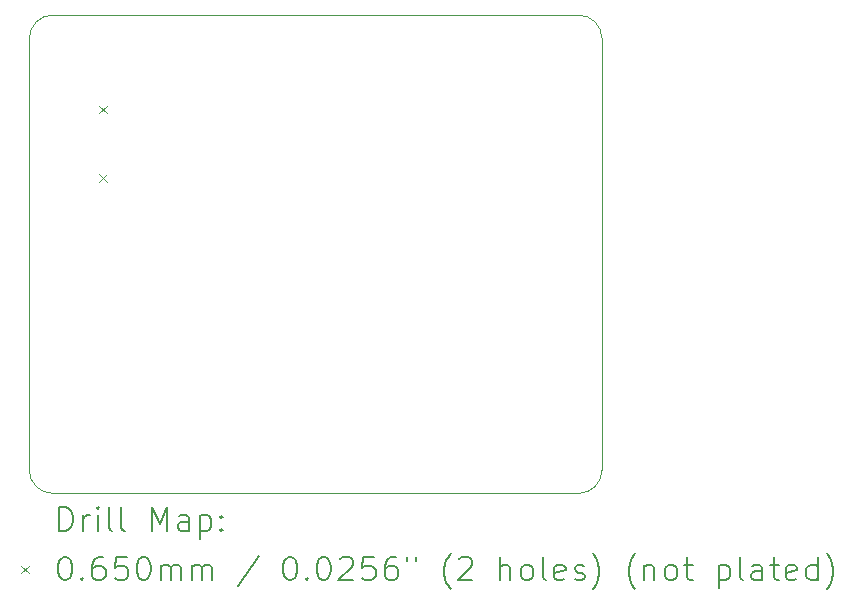
<source format=gbr>
%TF.GenerationSoftware,KiCad,Pcbnew,8.0.1*%
%TF.CreationDate,2024-06-13T11:44:20+10:00*%
%TF.ProjectId,CLD,434c442e-6b69-4636-9164-5f7063625858,rev?*%
%TF.SameCoordinates,Original*%
%TF.FileFunction,Drillmap*%
%TF.FilePolarity,Positive*%
%FSLAX45Y45*%
G04 Gerber Fmt 4.5, Leading zero omitted, Abs format (unit mm)*
G04 Created by KiCad (PCBNEW 8.0.1) date 2024-06-13 11:44:20*
%MOMM*%
%LPD*%
G01*
G04 APERTURE LIST*
%ADD10C,0.050000*%
%ADD11C,0.100000*%
%ADD12C,0.200000*%
G04 APERTURE END LIST*
D10*
X11700000Y-4250000D02*
X7250000Y-4250000D01*
D11*
X7050000Y-4450000D02*
G75*
G02*
X7250000Y-4250000I200000J0D01*
G01*
X11900000Y-8100000D02*
G75*
G02*
X11700000Y-8300000I-200000J0D01*
G01*
X11700000Y-4250000D02*
G75*
G02*
X11900000Y-4450000I0J-200000D01*
G01*
D10*
X11900000Y-8100000D02*
X11900000Y-4450000D01*
D11*
X7250000Y-8300000D02*
G75*
G02*
X7050000Y-8100000I0J200000D01*
G01*
D10*
X7250000Y-8300000D02*
X11700000Y-8300000D01*
X7050000Y-4450000D02*
X7050000Y-8100000D01*
D12*
D11*
X7642500Y-5017500D02*
X7707500Y-5082500D01*
X7707500Y-5017500D02*
X7642500Y-5082500D01*
X7642500Y-5595500D02*
X7707500Y-5660500D01*
X7707500Y-5595500D02*
X7642500Y-5660500D01*
D12*
X7305777Y-8616484D02*
X7305777Y-8416484D01*
X7305777Y-8416484D02*
X7353396Y-8416484D01*
X7353396Y-8416484D02*
X7381967Y-8426008D01*
X7381967Y-8426008D02*
X7401015Y-8445055D01*
X7401015Y-8445055D02*
X7410539Y-8464103D01*
X7410539Y-8464103D02*
X7420062Y-8502198D01*
X7420062Y-8502198D02*
X7420062Y-8530770D01*
X7420062Y-8530770D02*
X7410539Y-8568865D01*
X7410539Y-8568865D02*
X7401015Y-8587912D01*
X7401015Y-8587912D02*
X7381967Y-8606960D01*
X7381967Y-8606960D02*
X7353396Y-8616484D01*
X7353396Y-8616484D02*
X7305777Y-8616484D01*
X7505777Y-8616484D02*
X7505777Y-8483150D01*
X7505777Y-8521246D02*
X7515301Y-8502198D01*
X7515301Y-8502198D02*
X7524824Y-8492674D01*
X7524824Y-8492674D02*
X7543872Y-8483150D01*
X7543872Y-8483150D02*
X7562920Y-8483150D01*
X7629586Y-8616484D02*
X7629586Y-8483150D01*
X7629586Y-8416484D02*
X7620062Y-8426008D01*
X7620062Y-8426008D02*
X7629586Y-8435531D01*
X7629586Y-8435531D02*
X7639110Y-8426008D01*
X7639110Y-8426008D02*
X7629586Y-8416484D01*
X7629586Y-8416484D02*
X7629586Y-8435531D01*
X7753396Y-8616484D02*
X7734348Y-8606960D01*
X7734348Y-8606960D02*
X7724824Y-8587912D01*
X7724824Y-8587912D02*
X7724824Y-8416484D01*
X7858158Y-8616484D02*
X7839110Y-8606960D01*
X7839110Y-8606960D02*
X7829586Y-8587912D01*
X7829586Y-8587912D02*
X7829586Y-8416484D01*
X8086729Y-8616484D02*
X8086729Y-8416484D01*
X8086729Y-8416484D02*
X8153396Y-8559341D01*
X8153396Y-8559341D02*
X8220062Y-8416484D01*
X8220062Y-8416484D02*
X8220062Y-8616484D01*
X8401015Y-8616484D02*
X8401015Y-8511722D01*
X8401015Y-8511722D02*
X8391491Y-8492674D01*
X8391491Y-8492674D02*
X8372443Y-8483150D01*
X8372443Y-8483150D02*
X8334348Y-8483150D01*
X8334348Y-8483150D02*
X8315301Y-8492674D01*
X8401015Y-8606960D02*
X8381967Y-8616484D01*
X8381967Y-8616484D02*
X8334348Y-8616484D01*
X8334348Y-8616484D02*
X8315301Y-8606960D01*
X8315301Y-8606960D02*
X8305777Y-8587912D01*
X8305777Y-8587912D02*
X8305777Y-8568865D01*
X8305777Y-8568865D02*
X8315301Y-8549817D01*
X8315301Y-8549817D02*
X8334348Y-8540293D01*
X8334348Y-8540293D02*
X8381967Y-8540293D01*
X8381967Y-8540293D02*
X8401015Y-8530770D01*
X8496253Y-8483150D02*
X8496253Y-8683150D01*
X8496253Y-8492674D02*
X8515301Y-8483150D01*
X8515301Y-8483150D02*
X8553396Y-8483150D01*
X8553396Y-8483150D02*
X8572444Y-8492674D01*
X8572444Y-8492674D02*
X8581967Y-8502198D01*
X8581967Y-8502198D02*
X8591491Y-8521246D01*
X8591491Y-8521246D02*
X8591491Y-8578389D01*
X8591491Y-8578389D02*
X8581967Y-8597436D01*
X8581967Y-8597436D02*
X8572444Y-8606960D01*
X8572444Y-8606960D02*
X8553396Y-8616484D01*
X8553396Y-8616484D02*
X8515301Y-8616484D01*
X8515301Y-8616484D02*
X8496253Y-8606960D01*
X8677205Y-8597436D02*
X8686729Y-8606960D01*
X8686729Y-8606960D02*
X8677205Y-8616484D01*
X8677205Y-8616484D02*
X8667682Y-8606960D01*
X8667682Y-8606960D02*
X8677205Y-8597436D01*
X8677205Y-8597436D02*
X8677205Y-8616484D01*
X8677205Y-8492674D02*
X8686729Y-8502198D01*
X8686729Y-8502198D02*
X8677205Y-8511722D01*
X8677205Y-8511722D02*
X8667682Y-8502198D01*
X8667682Y-8502198D02*
X8677205Y-8492674D01*
X8677205Y-8492674D02*
X8677205Y-8511722D01*
D11*
X6980000Y-8912500D02*
X7045000Y-8977500D01*
X7045000Y-8912500D02*
X6980000Y-8977500D01*
D12*
X7343872Y-8836484D02*
X7362920Y-8836484D01*
X7362920Y-8836484D02*
X7381967Y-8846008D01*
X7381967Y-8846008D02*
X7391491Y-8855531D01*
X7391491Y-8855531D02*
X7401015Y-8874579D01*
X7401015Y-8874579D02*
X7410539Y-8912674D01*
X7410539Y-8912674D02*
X7410539Y-8960293D01*
X7410539Y-8960293D02*
X7401015Y-8998389D01*
X7401015Y-8998389D02*
X7391491Y-9017436D01*
X7391491Y-9017436D02*
X7381967Y-9026960D01*
X7381967Y-9026960D02*
X7362920Y-9036484D01*
X7362920Y-9036484D02*
X7343872Y-9036484D01*
X7343872Y-9036484D02*
X7324824Y-9026960D01*
X7324824Y-9026960D02*
X7315301Y-9017436D01*
X7315301Y-9017436D02*
X7305777Y-8998389D01*
X7305777Y-8998389D02*
X7296253Y-8960293D01*
X7296253Y-8960293D02*
X7296253Y-8912674D01*
X7296253Y-8912674D02*
X7305777Y-8874579D01*
X7305777Y-8874579D02*
X7315301Y-8855531D01*
X7315301Y-8855531D02*
X7324824Y-8846008D01*
X7324824Y-8846008D02*
X7343872Y-8836484D01*
X7496253Y-9017436D02*
X7505777Y-9026960D01*
X7505777Y-9026960D02*
X7496253Y-9036484D01*
X7496253Y-9036484D02*
X7486729Y-9026960D01*
X7486729Y-9026960D02*
X7496253Y-9017436D01*
X7496253Y-9017436D02*
X7496253Y-9036484D01*
X7677205Y-8836484D02*
X7639110Y-8836484D01*
X7639110Y-8836484D02*
X7620062Y-8846008D01*
X7620062Y-8846008D02*
X7610539Y-8855531D01*
X7610539Y-8855531D02*
X7591491Y-8884103D01*
X7591491Y-8884103D02*
X7581967Y-8922198D01*
X7581967Y-8922198D02*
X7581967Y-8998389D01*
X7581967Y-8998389D02*
X7591491Y-9017436D01*
X7591491Y-9017436D02*
X7601015Y-9026960D01*
X7601015Y-9026960D02*
X7620062Y-9036484D01*
X7620062Y-9036484D02*
X7658158Y-9036484D01*
X7658158Y-9036484D02*
X7677205Y-9026960D01*
X7677205Y-9026960D02*
X7686729Y-9017436D01*
X7686729Y-9017436D02*
X7696253Y-8998389D01*
X7696253Y-8998389D02*
X7696253Y-8950770D01*
X7696253Y-8950770D02*
X7686729Y-8931722D01*
X7686729Y-8931722D02*
X7677205Y-8922198D01*
X7677205Y-8922198D02*
X7658158Y-8912674D01*
X7658158Y-8912674D02*
X7620062Y-8912674D01*
X7620062Y-8912674D02*
X7601015Y-8922198D01*
X7601015Y-8922198D02*
X7591491Y-8931722D01*
X7591491Y-8931722D02*
X7581967Y-8950770D01*
X7877205Y-8836484D02*
X7781967Y-8836484D01*
X7781967Y-8836484D02*
X7772443Y-8931722D01*
X7772443Y-8931722D02*
X7781967Y-8922198D01*
X7781967Y-8922198D02*
X7801015Y-8912674D01*
X7801015Y-8912674D02*
X7848634Y-8912674D01*
X7848634Y-8912674D02*
X7867682Y-8922198D01*
X7867682Y-8922198D02*
X7877205Y-8931722D01*
X7877205Y-8931722D02*
X7886729Y-8950770D01*
X7886729Y-8950770D02*
X7886729Y-8998389D01*
X7886729Y-8998389D02*
X7877205Y-9017436D01*
X7877205Y-9017436D02*
X7867682Y-9026960D01*
X7867682Y-9026960D02*
X7848634Y-9036484D01*
X7848634Y-9036484D02*
X7801015Y-9036484D01*
X7801015Y-9036484D02*
X7781967Y-9026960D01*
X7781967Y-9026960D02*
X7772443Y-9017436D01*
X8010539Y-8836484D02*
X8029586Y-8836484D01*
X8029586Y-8836484D02*
X8048634Y-8846008D01*
X8048634Y-8846008D02*
X8058158Y-8855531D01*
X8058158Y-8855531D02*
X8067682Y-8874579D01*
X8067682Y-8874579D02*
X8077205Y-8912674D01*
X8077205Y-8912674D02*
X8077205Y-8960293D01*
X8077205Y-8960293D02*
X8067682Y-8998389D01*
X8067682Y-8998389D02*
X8058158Y-9017436D01*
X8058158Y-9017436D02*
X8048634Y-9026960D01*
X8048634Y-9026960D02*
X8029586Y-9036484D01*
X8029586Y-9036484D02*
X8010539Y-9036484D01*
X8010539Y-9036484D02*
X7991491Y-9026960D01*
X7991491Y-9026960D02*
X7981967Y-9017436D01*
X7981967Y-9017436D02*
X7972443Y-8998389D01*
X7972443Y-8998389D02*
X7962920Y-8960293D01*
X7962920Y-8960293D02*
X7962920Y-8912674D01*
X7962920Y-8912674D02*
X7972443Y-8874579D01*
X7972443Y-8874579D02*
X7981967Y-8855531D01*
X7981967Y-8855531D02*
X7991491Y-8846008D01*
X7991491Y-8846008D02*
X8010539Y-8836484D01*
X8162920Y-9036484D02*
X8162920Y-8903150D01*
X8162920Y-8922198D02*
X8172443Y-8912674D01*
X8172443Y-8912674D02*
X8191491Y-8903150D01*
X8191491Y-8903150D02*
X8220063Y-8903150D01*
X8220063Y-8903150D02*
X8239110Y-8912674D01*
X8239110Y-8912674D02*
X8248634Y-8931722D01*
X8248634Y-8931722D02*
X8248634Y-9036484D01*
X8248634Y-8931722D02*
X8258158Y-8912674D01*
X8258158Y-8912674D02*
X8277205Y-8903150D01*
X8277205Y-8903150D02*
X8305777Y-8903150D01*
X8305777Y-8903150D02*
X8324824Y-8912674D01*
X8324824Y-8912674D02*
X8334348Y-8931722D01*
X8334348Y-8931722D02*
X8334348Y-9036484D01*
X8429586Y-9036484D02*
X8429586Y-8903150D01*
X8429586Y-8922198D02*
X8439110Y-8912674D01*
X8439110Y-8912674D02*
X8458158Y-8903150D01*
X8458158Y-8903150D02*
X8486729Y-8903150D01*
X8486729Y-8903150D02*
X8505777Y-8912674D01*
X8505777Y-8912674D02*
X8515301Y-8931722D01*
X8515301Y-8931722D02*
X8515301Y-9036484D01*
X8515301Y-8931722D02*
X8524825Y-8912674D01*
X8524825Y-8912674D02*
X8543872Y-8903150D01*
X8543872Y-8903150D02*
X8572444Y-8903150D01*
X8572444Y-8903150D02*
X8591491Y-8912674D01*
X8591491Y-8912674D02*
X8601015Y-8931722D01*
X8601015Y-8931722D02*
X8601015Y-9036484D01*
X8991491Y-8826960D02*
X8820063Y-9084103D01*
X9248634Y-8836484D02*
X9267682Y-8836484D01*
X9267682Y-8836484D02*
X9286729Y-8846008D01*
X9286729Y-8846008D02*
X9296253Y-8855531D01*
X9296253Y-8855531D02*
X9305777Y-8874579D01*
X9305777Y-8874579D02*
X9315301Y-8912674D01*
X9315301Y-8912674D02*
X9315301Y-8960293D01*
X9315301Y-8960293D02*
X9305777Y-8998389D01*
X9305777Y-8998389D02*
X9296253Y-9017436D01*
X9296253Y-9017436D02*
X9286729Y-9026960D01*
X9286729Y-9026960D02*
X9267682Y-9036484D01*
X9267682Y-9036484D02*
X9248634Y-9036484D01*
X9248634Y-9036484D02*
X9229587Y-9026960D01*
X9229587Y-9026960D02*
X9220063Y-9017436D01*
X9220063Y-9017436D02*
X9210539Y-8998389D01*
X9210539Y-8998389D02*
X9201015Y-8960293D01*
X9201015Y-8960293D02*
X9201015Y-8912674D01*
X9201015Y-8912674D02*
X9210539Y-8874579D01*
X9210539Y-8874579D02*
X9220063Y-8855531D01*
X9220063Y-8855531D02*
X9229587Y-8846008D01*
X9229587Y-8846008D02*
X9248634Y-8836484D01*
X9401015Y-9017436D02*
X9410539Y-9026960D01*
X9410539Y-9026960D02*
X9401015Y-9036484D01*
X9401015Y-9036484D02*
X9391491Y-9026960D01*
X9391491Y-9026960D02*
X9401015Y-9017436D01*
X9401015Y-9017436D02*
X9401015Y-9036484D01*
X9534348Y-8836484D02*
X9553396Y-8836484D01*
X9553396Y-8836484D02*
X9572444Y-8846008D01*
X9572444Y-8846008D02*
X9581968Y-8855531D01*
X9581968Y-8855531D02*
X9591491Y-8874579D01*
X9591491Y-8874579D02*
X9601015Y-8912674D01*
X9601015Y-8912674D02*
X9601015Y-8960293D01*
X9601015Y-8960293D02*
X9591491Y-8998389D01*
X9591491Y-8998389D02*
X9581968Y-9017436D01*
X9581968Y-9017436D02*
X9572444Y-9026960D01*
X9572444Y-9026960D02*
X9553396Y-9036484D01*
X9553396Y-9036484D02*
X9534348Y-9036484D01*
X9534348Y-9036484D02*
X9515301Y-9026960D01*
X9515301Y-9026960D02*
X9505777Y-9017436D01*
X9505777Y-9017436D02*
X9496253Y-8998389D01*
X9496253Y-8998389D02*
X9486729Y-8960293D01*
X9486729Y-8960293D02*
X9486729Y-8912674D01*
X9486729Y-8912674D02*
X9496253Y-8874579D01*
X9496253Y-8874579D02*
X9505777Y-8855531D01*
X9505777Y-8855531D02*
X9515301Y-8846008D01*
X9515301Y-8846008D02*
X9534348Y-8836484D01*
X9677206Y-8855531D02*
X9686729Y-8846008D01*
X9686729Y-8846008D02*
X9705777Y-8836484D01*
X9705777Y-8836484D02*
X9753396Y-8836484D01*
X9753396Y-8836484D02*
X9772444Y-8846008D01*
X9772444Y-8846008D02*
X9781968Y-8855531D01*
X9781968Y-8855531D02*
X9791491Y-8874579D01*
X9791491Y-8874579D02*
X9791491Y-8893627D01*
X9791491Y-8893627D02*
X9781968Y-8922198D01*
X9781968Y-8922198D02*
X9667682Y-9036484D01*
X9667682Y-9036484D02*
X9791491Y-9036484D01*
X9972444Y-8836484D02*
X9877206Y-8836484D01*
X9877206Y-8836484D02*
X9867682Y-8931722D01*
X9867682Y-8931722D02*
X9877206Y-8922198D01*
X9877206Y-8922198D02*
X9896253Y-8912674D01*
X9896253Y-8912674D02*
X9943872Y-8912674D01*
X9943872Y-8912674D02*
X9962920Y-8922198D01*
X9962920Y-8922198D02*
X9972444Y-8931722D01*
X9972444Y-8931722D02*
X9981968Y-8950770D01*
X9981968Y-8950770D02*
X9981968Y-8998389D01*
X9981968Y-8998389D02*
X9972444Y-9017436D01*
X9972444Y-9017436D02*
X9962920Y-9026960D01*
X9962920Y-9026960D02*
X9943872Y-9036484D01*
X9943872Y-9036484D02*
X9896253Y-9036484D01*
X9896253Y-9036484D02*
X9877206Y-9026960D01*
X9877206Y-9026960D02*
X9867682Y-9017436D01*
X10153396Y-8836484D02*
X10115301Y-8836484D01*
X10115301Y-8836484D02*
X10096253Y-8846008D01*
X10096253Y-8846008D02*
X10086729Y-8855531D01*
X10086729Y-8855531D02*
X10067682Y-8884103D01*
X10067682Y-8884103D02*
X10058158Y-8922198D01*
X10058158Y-8922198D02*
X10058158Y-8998389D01*
X10058158Y-8998389D02*
X10067682Y-9017436D01*
X10067682Y-9017436D02*
X10077206Y-9026960D01*
X10077206Y-9026960D02*
X10096253Y-9036484D01*
X10096253Y-9036484D02*
X10134349Y-9036484D01*
X10134349Y-9036484D02*
X10153396Y-9026960D01*
X10153396Y-9026960D02*
X10162920Y-9017436D01*
X10162920Y-9017436D02*
X10172444Y-8998389D01*
X10172444Y-8998389D02*
X10172444Y-8950770D01*
X10172444Y-8950770D02*
X10162920Y-8931722D01*
X10162920Y-8931722D02*
X10153396Y-8922198D01*
X10153396Y-8922198D02*
X10134349Y-8912674D01*
X10134349Y-8912674D02*
X10096253Y-8912674D01*
X10096253Y-8912674D02*
X10077206Y-8922198D01*
X10077206Y-8922198D02*
X10067682Y-8931722D01*
X10067682Y-8931722D02*
X10058158Y-8950770D01*
X10248634Y-8836484D02*
X10248634Y-8874579D01*
X10324825Y-8836484D02*
X10324825Y-8874579D01*
X10620063Y-9112674D02*
X10610539Y-9103150D01*
X10610539Y-9103150D02*
X10591491Y-9074579D01*
X10591491Y-9074579D02*
X10581968Y-9055531D01*
X10581968Y-9055531D02*
X10572444Y-9026960D01*
X10572444Y-9026960D02*
X10562920Y-8979341D01*
X10562920Y-8979341D02*
X10562920Y-8941246D01*
X10562920Y-8941246D02*
X10572444Y-8893627D01*
X10572444Y-8893627D02*
X10581968Y-8865055D01*
X10581968Y-8865055D02*
X10591491Y-8846008D01*
X10591491Y-8846008D02*
X10610539Y-8817436D01*
X10610539Y-8817436D02*
X10620063Y-8807912D01*
X10686730Y-8855531D02*
X10696253Y-8846008D01*
X10696253Y-8846008D02*
X10715301Y-8836484D01*
X10715301Y-8836484D02*
X10762920Y-8836484D01*
X10762920Y-8836484D02*
X10781968Y-8846008D01*
X10781968Y-8846008D02*
X10791491Y-8855531D01*
X10791491Y-8855531D02*
X10801015Y-8874579D01*
X10801015Y-8874579D02*
X10801015Y-8893627D01*
X10801015Y-8893627D02*
X10791491Y-8922198D01*
X10791491Y-8922198D02*
X10677206Y-9036484D01*
X10677206Y-9036484D02*
X10801015Y-9036484D01*
X11039111Y-9036484D02*
X11039111Y-8836484D01*
X11124825Y-9036484D02*
X11124825Y-8931722D01*
X11124825Y-8931722D02*
X11115301Y-8912674D01*
X11115301Y-8912674D02*
X11096253Y-8903150D01*
X11096253Y-8903150D02*
X11067682Y-8903150D01*
X11067682Y-8903150D02*
X11048634Y-8912674D01*
X11048634Y-8912674D02*
X11039111Y-8922198D01*
X11248634Y-9036484D02*
X11229587Y-9026960D01*
X11229587Y-9026960D02*
X11220063Y-9017436D01*
X11220063Y-9017436D02*
X11210539Y-8998389D01*
X11210539Y-8998389D02*
X11210539Y-8941246D01*
X11210539Y-8941246D02*
X11220063Y-8922198D01*
X11220063Y-8922198D02*
X11229587Y-8912674D01*
X11229587Y-8912674D02*
X11248634Y-8903150D01*
X11248634Y-8903150D02*
X11277206Y-8903150D01*
X11277206Y-8903150D02*
X11296253Y-8912674D01*
X11296253Y-8912674D02*
X11305777Y-8922198D01*
X11305777Y-8922198D02*
X11315301Y-8941246D01*
X11315301Y-8941246D02*
X11315301Y-8998389D01*
X11315301Y-8998389D02*
X11305777Y-9017436D01*
X11305777Y-9017436D02*
X11296253Y-9026960D01*
X11296253Y-9026960D02*
X11277206Y-9036484D01*
X11277206Y-9036484D02*
X11248634Y-9036484D01*
X11429587Y-9036484D02*
X11410539Y-9026960D01*
X11410539Y-9026960D02*
X11401015Y-9007912D01*
X11401015Y-9007912D02*
X11401015Y-8836484D01*
X11581968Y-9026960D02*
X11562920Y-9036484D01*
X11562920Y-9036484D02*
X11524825Y-9036484D01*
X11524825Y-9036484D02*
X11505777Y-9026960D01*
X11505777Y-9026960D02*
X11496253Y-9007912D01*
X11496253Y-9007912D02*
X11496253Y-8931722D01*
X11496253Y-8931722D02*
X11505777Y-8912674D01*
X11505777Y-8912674D02*
X11524825Y-8903150D01*
X11524825Y-8903150D02*
X11562920Y-8903150D01*
X11562920Y-8903150D02*
X11581968Y-8912674D01*
X11581968Y-8912674D02*
X11591491Y-8931722D01*
X11591491Y-8931722D02*
X11591491Y-8950770D01*
X11591491Y-8950770D02*
X11496253Y-8969817D01*
X11667682Y-9026960D02*
X11686730Y-9036484D01*
X11686730Y-9036484D02*
X11724825Y-9036484D01*
X11724825Y-9036484D02*
X11743872Y-9026960D01*
X11743872Y-9026960D02*
X11753396Y-9007912D01*
X11753396Y-9007912D02*
X11753396Y-8998389D01*
X11753396Y-8998389D02*
X11743872Y-8979341D01*
X11743872Y-8979341D02*
X11724825Y-8969817D01*
X11724825Y-8969817D02*
X11696253Y-8969817D01*
X11696253Y-8969817D02*
X11677206Y-8960293D01*
X11677206Y-8960293D02*
X11667682Y-8941246D01*
X11667682Y-8941246D02*
X11667682Y-8931722D01*
X11667682Y-8931722D02*
X11677206Y-8912674D01*
X11677206Y-8912674D02*
X11696253Y-8903150D01*
X11696253Y-8903150D02*
X11724825Y-8903150D01*
X11724825Y-8903150D02*
X11743872Y-8912674D01*
X11820063Y-9112674D02*
X11829587Y-9103150D01*
X11829587Y-9103150D02*
X11848634Y-9074579D01*
X11848634Y-9074579D02*
X11858158Y-9055531D01*
X11858158Y-9055531D02*
X11867682Y-9026960D01*
X11867682Y-9026960D02*
X11877206Y-8979341D01*
X11877206Y-8979341D02*
X11877206Y-8941246D01*
X11877206Y-8941246D02*
X11867682Y-8893627D01*
X11867682Y-8893627D02*
X11858158Y-8865055D01*
X11858158Y-8865055D02*
X11848634Y-8846008D01*
X11848634Y-8846008D02*
X11829587Y-8817436D01*
X11829587Y-8817436D02*
X11820063Y-8807912D01*
X12181968Y-9112674D02*
X12172444Y-9103150D01*
X12172444Y-9103150D02*
X12153396Y-9074579D01*
X12153396Y-9074579D02*
X12143872Y-9055531D01*
X12143872Y-9055531D02*
X12134349Y-9026960D01*
X12134349Y-9026960D02*
X12124825Y-8979341D01*
X12124825Y-8979341D02*
X12124825Y-8941246D01*
X12124825Y-8941246D02*
X12134349Y-8893627D01*
X12134349Y-8893627D02*
X12143872Y-8865055D01*
X12143872Y-8865055D02*
X12153396Y-8846008D01*
X12153396Y-8846008D02*
X12172444Y-8817436D01*
X12172444Y-8817436D02*
X12181968Y-8807912D01*
X12258158Y-8903150D02*
X12258158Y-9036484D01*
X12258158Y-8922198D02*
X12267682Y-8912674D01*
X12267682Y-8912674D02*
X12286730Y-8903150D01*
X12286730Y-8903150D02*
X12315301Y-8903150D01*
X12315301Y-8903150D02*
X12334349Y-8912674D01*
X12334349Y-8912674D02*
X12343872Y-8931722D01*
X12343872Y-8931722D02*
X12343872Y-9036484D01*
X12467682Y-9036484D02*
X12448634Y-9026960D01*
X12448634Y-9026960D02*
X12439111Y-9017436D01*
X12439111Y-9017436D02*
X12429587Y-8998389D01*
X12429587Y-8998389D02*
X12429587Y-8941246D01*
X12429587Y-8941246D02*
X12439111Y-8922198D01*
X12439111Y-8922198D02*
X12448634Y-8912674D01*
X12448634Y-8912674D02*
X12467682Y-8903150D01*
X12467682Y-8903150D02*
X12496253Y-8903150D01*
X12496253Y-8903150D02*
X12515301Y-8912674D01*
X12515301Y-8912674D02*
X12524825Y-8922198D01*
X12524825Y-8922198D02*
X12534349Y-8941246D01*
X12534349Y-8941246D02*
X12534349Y-8998389D01*
X12534349Y-8998389D02*
X12524825Y-9017436D01*
X12524825Y-9017436D02*
X12515301Y-9026960D01*
X12515301Y-9026960D02*
X12496253Y-9036484D01*
X12496253Y-9036484D02*
X12467682Y-9036484D01*
X12591492Y-8903150D02*
X12667682Y-8903150D01*
X12620063Y-8836484D02*
X12620063Y-9007912D01*
X12620063Y-9007912D02*
X12629587Y-9026960D01*
X12629587Y-9026960D02*
X12648634Y-9036484D01*
X12648634Y-9036484D02*
X12667682Y-9036484D01*
X12886730Y-8903150D02*
X12886730Y-9103150D01*
X12886730Y-8912674D02*
X12905777Y-8903150D01*
X12905777Y-8903150D02*
X12943873Y-8903150D01*
X12943873Y-8903150D02*
X12962920Y-8912674D01*
X12962920Y-8912674D02*
X12972444Y-8922198D01*
X12972444Y-8922198D02*
X12981968Y-8941246D01*
X12981968Y-8941246D02*
X12981968Y-8998389D01*
X12981968Y-8998389D02*
X12972444Y-9017436D01*
X12972444Y-9017436D02*
X12962920Y-9026960D01*
X12962920Y-9026960D02*
X12943873Y-9036484D01*
X12943873Y-9036484D02*
X12905777Y-9036484D01*
X12905777Y-9036484D02*
X12886730Y-9026960D01*
X13096253Y-9036484D02*
X13077206Y-9026960D01*
X13077206Y-9026960D02*
X13067682Y-9007912D01*
X13067682Y-9007912D02*
X13067682Y-8836484D01*
X13258158Y-9036484D02*
X13258158Y-8931722D01*
X13258158Y-8931722D02*
X13248634Y-8912674D01*
X13248634Y-8912674D02*
X13229587Y-8903150D01*
X13229587Y-8903150D02*
X13191492Y-8903150D01*
X13191492Y-8903150D02*
X13172444Y-8912674D01*
X13258158Y-9026960D02*
X13239111Y-9036484D01*
X13239111Y-9036484D02*
X13191492Y-9036484D01*
X13191492Y-9036484D02*
X13172444Y-9026960D01*
X13172444Y-9026960D02*
X13162920Y-9007912D01*
X13162920Y-9007912D02*
X13162920Y-8988865D01*
X13162920Y-8988865D02*
X13172444Y-8969817D01*
X13172444Y-8969817D02*
X13191492Y-8960293D01*
X13191492Y-8960293D02*
X13239111Y-8960293D01*
X13239111Y-8960293D02*
X13258158Y-8950770D01*
X13324825Y-8903150D02*
X13401015Y-8903150D01*
X13353396Y-8836484D02*
X13353396Y-9007912D01*
X13353396Y-9007912D02*
X13362920Y-9026960D01*
X13362920Y-9026960D02*
X13381968Y-9036484D01*
X13381968Y-9036484D02*
X13401015Y-9036484D01*
X13543873Y-9026960D02*
X13524825Y-9036484D01*
X13524825Y-9036484D02*
X13486730Y-9036484D01*
X13486730Y-9036484D02*
X13467682Y-9026960D01*
X13467682Y-9026960D02*
X13458158Y-9007912D01*
X13458158Y-9007912D02*
X13458158Y-8931722D01*
X13458158Y-8931722D02*
X13467682Y-8912674D01*
X13467682Y-8912674D02*
X13486730Y-8903150D01*
X13486730Y-8903150D02*
X13524825Y-8903150D01*
X13524825Y-8903150D02*
X13543873Y-8912674D01*
X13543873Y-8912674D02*
X13553396Y-8931722D01*
X13553396Y-8931722D02*
X13553396Y-8950770D01*
X13553396Y-8950770D02*
X13458158Y-8969817D01*
X13724825Y-9036484D02*
X13724825Y-8836484D01*
X13724825Y-9026960D02*
X13705777Y-9036484D01*
X13705777Y-9036484D02*
X13667682Y-9036484D01*
X13667682Y-9036484D02*
X13648634Y-9026960D01*
X13648634Y-9026960D02*
X13639111Y-9017436D01*
X13639111Y-9017436D02*
X13629587Y-8998389D01*
X13629587Y-8998389D02*
X13629587Y-8941246D01*
X13629587Y-8941246D02*
X13639111Y-8922198D01*
X13639111Y-8922198D02*
X13648634Y-8912674D01*
X13648634Y-8912674D02*
X13667682Y-8903150D01*
X13667682Y-8903150D02*
X13705777Y-8903150D01*
X13705777Y-8903150D02*
X13724825Y-8912674D01*
X13801015Y-9112674D02*
X13810539Y-9103150D01*
X13810539Y-9103150D02*
X13829587Y-9074579D01*
X13829587Y-9074579D02*
X13839111Y-9055531D01*
X13839111Y-9055531D02*
X13848634Y-9026960D01*
X13848634Y-9026960D02*
X13858158Y-8979341D01*
X13858158Y-8979341D02*
X13858158Y-8941246D01*
X13858158Y-8941246D02*
X13848634Y-8893627D01*
X13848634Y-8893627D02*
X13839111Y-8865055D01*
X13839111Y-8865055D02*
X13829587Y-8846008D01*
X13829587Y-8846008D02*
X13810539Y-8817436D01*
X13810539Y-8817436D02*
X13801015Y-8807912D01*
M02*

</source>
